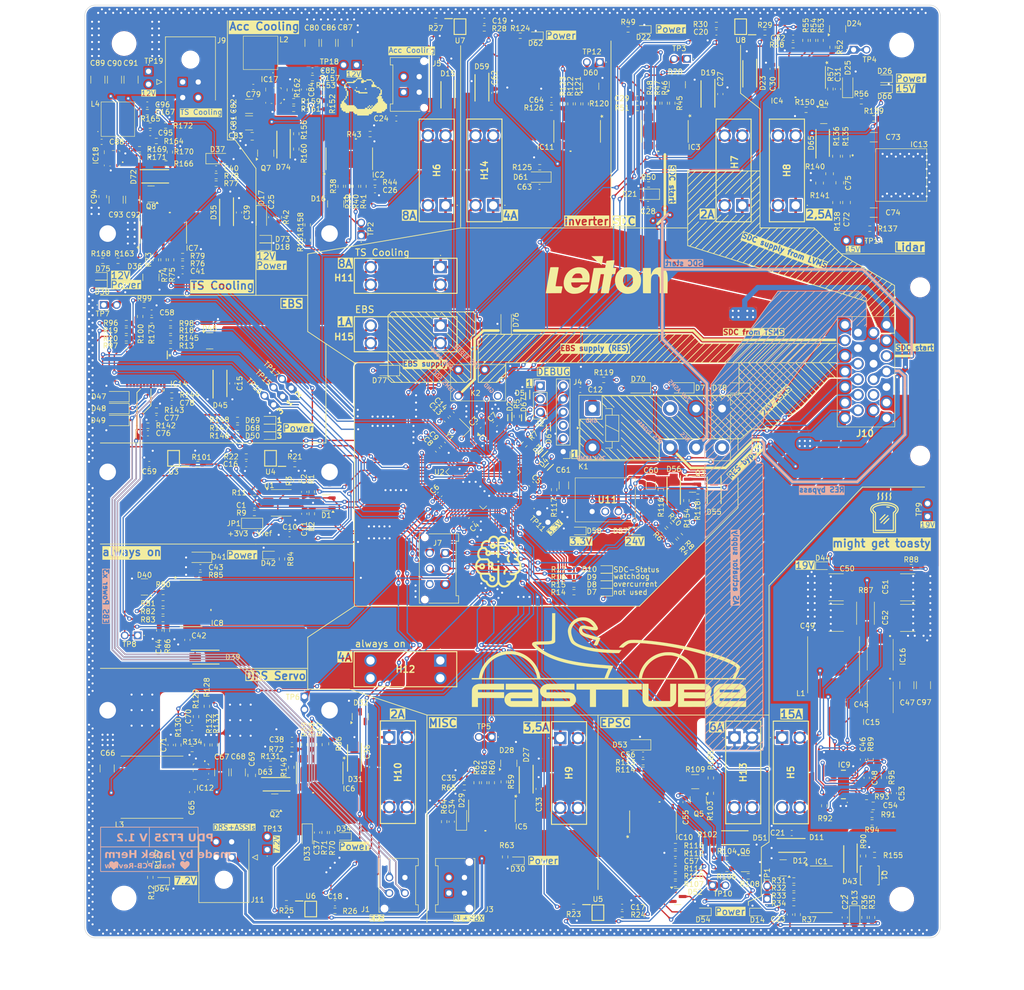
<source format=kicad_pcb>
(kicad_pcb
	(version 20240108)
	(generator "pcbnew")
	(generator_version "8.0")
	(general
		(thickness 1.6)
		(legacy_teardrops no)
	)
	(paper "A3")
	(title_block
		(title "PDU FT25")
		(date "2025-01-15")
		(rev "V1.2")
		(company "Janek Herm")
		(comment 1 "FasTTUBe Electronics")
	)
	(layers
		(0 "F.Cu" signal)
		(1 "In1.Cu" power)
		(2 "In2.Cu" signal)
		(31 "B.Cu" mixed)
		(32 "B.Adhes" user "B.Adhesive")
		(33 "F.Adhes" user "F.Adhesive")
		(34 "B.Paste" user)
		(35 "F.Paste" user)
		(36 "B.SilkS" user "B.Silkscreen")
		(37 "F.SilkS" user "F.Silkscreen")
		(38 "B.Mask" user)
		(39 "F.Mask" user)
		(40 "Dwgs.User" user "User.Drawings")
		(41 "Cmts.User" user "User.Comments")
		(42 "Eco1.User" user "User.Eco1")
		(43 "Eco2.User" user "User.Eco2")
		(44 "Edge.Cuts" user)
		(45 "Margin" user)
		(46 "B.CrtYd" user "B.Courtyard")
		(47 "F.CrtYd" user "F.Courtyard")
		(48 "B.Fab" user)
		(49 "F.Fab" user)
		(50 "User.1" user)
		(51 "User.2" user)
		(52 "User.3" user)
		(53 "User.4" user)
		(54 "User.5" user)
		(55 "User.6" user)
		(56 "User.7" user)
		(57 "User.8" user)
		(58 "User.9" user)
	)
	(setup
		(stackup
			(layer "F.SilkS"
				(type "Top Silk Screen")
			)
			(layer "F.Paste"
				(type "Top Solder Paste")
			)
			(layer "F.Mask"
				(type "Top Solder Mask")
				(thickness 0.01)
			)
			(layer "F.Cu"
				(type "copper")
				(thickness 0.035)
			)
			(layer "dielectric 1"
				(type "prepreg")
				(thickness 0.1)
				(material "FR4")
				(epsilon_r 4.5)
				(loss_tangent 0.02)
			)
			(layer "In1.Cu"
				(type "copper")
				(thickness 0.035)
			)
			(layer "dielectric 2"
				(type "core")
				(thickness 1.24)
				(material "FR4")
				(epsilon_r 4.5)
				(loss_tangent 0.02)
			)
			(layer "In2.Cu"
				(type "copper")
				(thickness 0.035)
			)
			(layer "dielectric 3"
				(type "prepreg")
				(thickness 0.1)
				(material "FR4")
				(epsilon_r 4.5)
				(loss_tangent 0.02)
			)
			(layer "B.Cu"
				(type "copper")
				(thickness 0.035)
			)
			(layer "B.Mask"
				(type "Bottom Solder Mask")
				(thickness 0.01)
			)
			(layer "B.Paste"
				(type "Bottom Solder Paste")
			)
			(layer "B.SilkS"
				(type "Bottom Silk Screen")
			)
			(copper_finish "None")
			(dielectric_constraints no)
		)
		(pad_to_mask_clearance 0)
		(allow_soldermask_bridges_in_footprints no)
		(pcbplotparams
			(layerselection 0x00010fc_ffffffff)
			(plot_on_all_layers_selection 0x0000000_00000000)
			(disableapertmacros no)
			(usegerberextensions no)
			(usegerberattributes yes)
			(usegerberadvancedattributes yes)
			(creategerberjobfile no)
			(dashed_line_dash_ratio 12.000000)
			(dashed_line_gap_ratio 3.000000)
			(svgprecision 4)
			(plotframeref no)
			(viasonmask no)
			(mode 1)
			(useauxorigin yes)
			(hpglpennumber 1)
			(hpglpenspeed 20)
			(hpglpendiameter 15.000000)
			(pdf_front_fp_property_popups yes)
			(pdf_back_fp_property_popups yes)
			(dxfpolygonmode yes)
			(dxfimperialunits yes)
			(dxfusepcbnewfont yes)
			(psnegative no)
			(psa4output no)
			(plotreference yes)
			(plotvalue no)
			(plotfptext yes)
			(plotinvisibletext no)
			(sketchpadsonfab no)
			(subtractmaskfromsilk yes)
			(outputformat 1)
			(mirror no)
			(drillshape 0)
			(scaleselection 1)
			(outputdirectory "gerber/")
		)
	)
	(net 0 "")
	(net 1 "GND")
	(net 2 "+3V3")
	(net 3 "stdCAN_H")
	(net 4 "/MCU/Vref")
	(net 5 "stdCAN_L")
	(net 6 "/MCU/NRST")
	(net 7 "Net-(D11-A2)")
	(net 8 "/powerstages/P_Out6a")
	(net 9 "/powerstages/IS4")
	(net 10 "Net-(D15-A2)")
	(net 11 "/connectors/P_Out1")
	(net 12 "/powerstages/IS1")
	(net 13 "Net-(D19-A2)")
	(net 14 "/powerstages/IS10")
	(net 15 "Net-(D23-A2)")
	(net 16 "/powerstages/P_Out9a")
	(net 17 "/powerstages/IS7")
	(net 18 "Net-(D27-A2)")
	(net 19 "/connectors/P_Out8")
	(net 20 "/powerstages/IS8")
	(net 21 "Net-(D31-A2)")
	(net 22 "/powerstages/P_Out5a")
	(net 23 "/powerstages/IS3")
	(net 24 "Net-(D35-A2)")
	(net 25 "/connectors/P_Out2")
	(net 26 "/powerstages/IS2")
	(net 27 "/connectors/P_Out9")
	(net 28 "/powerstages/IS9")
	(net 29 "Net-(IC9-CBOOT)")
	(net 30 "Net-(IC9-SW)")
	(net 31 "Net-(IC9-VCC)")
	(net 32 "Net-(D43-K)")
	(net 33 "Net-(IC9-PFM{slash}SYNC)")
	(net 34 "/connectors/P_Out4")
	(net 35 "Net-(C53-Pad2)")
	(net 36 "Net-(IC9-EXTCOMP)")
	(net 37 "Net-(D51-A2)")
	(net 38 "/connectors/P_Out5")
	(net 39 "/powerstages/IS5")
	(net 40 "Net-(D56-K)")
	(net 41 "Net-(D59-A2)")
	(net 42 "/connectors/P_Out6")
	(net 43 "/powerstages/IS6")
	(net 44 "Net-(IC12-SW)")
	(net 45 "Net-(IC12-BOOT)")
	(net 46 "/connectors/P_Out3")
	(net 47 "Net-(D63-K)")
	(net 48 "Net-(IC12-FB)")
	(net 49 "Net-(IC12-SS)")
	(net 50 "/connectors/P_Out7")
	(net 51 "Net-(IC13-FB)")
	(net 52 "Net-(D65-K)")
	(net 53 "Net-(IC13-SS)")
	(net 54 "/MCU/SWCLK")
	(net 55 "/MCU/SWDIO")
	(net 56 "/MCU/UART_RX")
	(net 57 "/MCU/UART_TX")
	(net 58 "Net-(D7-A)")
	(net 59 "Net-(D8-A)")
	(net 60 "Net-(D9-A)")
	(net 61 "Net-(D10-A)")
	(net 62 "Net-(D12-A)")
	(net 63 "unconnected-(D12-NC-Pad2)")
	(net 64 "Net-(D14-A)")
	(net 65 "Net-(D16-A)")
	(net 66 "unconnected-(D16-NC-Pad2)")
	(net 67 "Net-(D18-A)")
	(net 68 "Net-(D20-A)")
	(net 69 "unconnected-(D20-NC-Pad2)")
	(net 70 "Net-(D22-A)")
	(net 71 "Net-(D24-A)")
	(net 72 "unconnected-(D24-NC-Pad2)")
	(net 73 "Net-(D26-A)")
	(net 74 "Net-(D28-A)")
	(net 75 "unconnected-(D28-NC-Pad2)")
	(net 76 "Net-(D30-A)")
	(net 77 "unconnected-(D32-NC-Pad2)")
	(net 78 "Net-(D32-A)")
	(net 79 "Net-(D34-A)")
	(net 80 "Net-(D36-A)")
	(net 81 "unconnected-(D36-NC-Pad2)")
	(net 82 "Net-(D38-A)")
	(net 83 "Net-(D43-A)")
	(net 84 "Net-(D44-A)")
	(net 85 "Net-(D45-A2)")
	(net 86 "/powerstages/IS11")
	(net 87 "/connectors/P_Out12")
	(net 88 "unconnected-(D52-NC-Pad2)")
	(net 89 "Net-(D52-A)")
	(net 90 "Net-(D54-A)")
	(net 91 "Net-(D56-A)")
	(net 92 "Net-(D57-A)")
	(net 93 "Net-(D58-A)")
	(net 94 "unconnected-(D60-NC-Pad2)")
	(net 95 "Net-(D60-A)")
	(net 96 "Net-(D62-A)")
	(net 97 "Net-(D63-A)")
	(net 98 "Net-(D64-A)")
	(net 99 "Net-(D65-A)")
	(net 100 "Net-(D66-A)")
	(net 101 "/connectors/P_Out11")
	(net 102 "/connectors/P_Out10")
	(net 103 "Net-(D46-A)")
	(net 104 "+24V")
	(net 105 "Net-(IC1-IS)")
	(net 106 "Net-(IC1-GND)")
	(net 107 "Net-(IC1-IN)")
	(net 108 "Net-(IC1-DEN)")
	(net 109 "Net-(IC2-IS)")
	(net 110 "Net-(IC2-IN)")
	(net 111 "Net-(IC2-DEN)")
	(net 112 "Net-(IC2-GND)")
	(net 113 "Net-(IC3-IN)")
	(net 114 "Net-(IC3-GND)")
	(net 115 "Net-(IC3-IS)")
	(net 116 "Net-(IC3-DEN)")
	(net 117 "Net-(IC4-IN)")
	(net 118 "Net-(IC4-GND)")
	(net 119 "Net-(IC4-IS)")
	(net 120 "Net-(IC4-DEN)")
	(net 121 "Net-(IC5-GND)")
	(net 122 "Net-(IC5-DEN)")
	(net 123 "Net-(IC5-IS)")
	(net 124 "Net-(IC5-IN)")
	(net 125 "Net-(IC6-GND)")
	(net 126 "Net-(IC6-IN)")
	(net 127 "Net-(IC6-DEN)")
	(net 128 "Net-(IC6-IS)")
	(net 129 "Net-(IC7-IN)")
	(net 130 "Net-(IC7-IS)")
	(net 131 "Net-(IC7-GND)")
	(net 132 "Net-(IC7-DEN)")
	(net 133 "Net-(IC9-CNFG)")
	(net 134 "Net-(IC9-PG{slash}SYNCOUT)")
	(net 135 "Net-(IC9-RT)")
	(net 136 "Net-(IC9-ISNS+)")
	(net 137 "Net-(IC9-HO)")
	(net 138 "Net-(IC9-LO)")
	(net 139 "Net-(IC9-FB)")
	(net 140 "Net-(IC10-IS)")
	(net 141 "Net-(IC10-IN)")
	(net 142 "Net-(IC10-DEN)")
	(net 143 "Net-(IC10-GND)")
	(net 144 "Net-(IC11-DEN)")
	(net 145 "Net-(IC11-IS)")
	(net 146 "Net-(IC11-IN)")
	(net 147 "Net-(IC11-GND)")
	(net 148 "Net-(IC12-PG)")
	(net 149 "Net-(IC12-MODE)")
	(net 150 "Net-(IC12-EN)")
	(net 151 "Net-(IC13-RON)")
	(net 152 "Net-(IC13-EN)")
	(net 153 "/MCU/SWO")
	(net 154 "FDCAN_H")
	(net 155 "FDCAN_L")
	(net 156 "/RBR/SDC bypass")
	(net 157 "24V ASMS")
	(net 158 "Net-(JP1-C)")
	(net 159 "unconnected-(K1-Pad12)")
	(net 160 "unconnected-(K1-Pad24)")
	(net 161 "Net-(K1-PadA1)")
	(net 162 "unconnected-(D46-NC-Pad2)")
	(net 163 "Net-(IC14-DSEL1)")
	(net 164 "Net-(Q5-D)")
	(net 165 "Net-(Q5-G)")
	(net 166 "Net-(Q6-G)")
	(net 167 "Net-(Q6-D)")
	(net 168 "Net-(U1-Rs)")
	(net 169 "Net-(U2-PA0)")
	(net 170 "Net-(U2-BOOT0)")
	(net 171 "Net-(U2-PC0)")
	(net 172 "Net-(U2-PA11)")
	(net 173 "/MCU/CAN_RX")
	(net 174 "/MCU/CAN_TX")
	(net 175 "Net-(U2-PA12)")
	(net 176 "unconnected-(U2-PB7-Pad59)")
	(net 177 "unconnected-(U2-PA15-Pad50)")
	(net 178 "/MCU/STATUS_LED1")
	(net 179 "/MCU/STATUS_LED2")
	(net 180 "/MCU/STATUS_LED3")
	(net 181 "/MCU/STATUS_LED4")
	(net 182 "Net-(R12-Pad1)")
	(net 183 "Net-(U4A--)")
	(net 184 "/MCU/ISENSE1")
	(net 185 "Net-(U4B--)")
	(net 186 "/MCU/ISENSE2")
	(net 187 "/MCU/ISENSE3")
	(net 188 "Net-(U5A--)")
	(net 189 "Net-(U5B--)")
	(net 190 "/MCU/ISENSE4")
	(net 191 "/MCU/ISENSE5")
	(net 192 "Net-(U6A--)")
	(net 193 "Net-(U6B--)")
	(net 194 "/MCU/ISENSE6")
	(net 195 "/MCU/ISENSE7")
	(net 196 "Net-(U7A--)")
	(net 197 "Net-(U7B--)")
	(net 198 "/MCU/ISENSE8")
	(net 199 "/MCU/ISENSE9")
	(net 200 "Net-(U8A--)")
	(net 201 "Net-(U8B--)")
	(net 202 "/MCU/ISENSE10")
	(net 203 "/MCU/IN4")
	(net 204 "/MCU/IN1")
	(net 205 "/MCU/IN10")
	(net 206 "/MCU/IN7")
	(net 207 "/MCU/IN8")
	(net 208 "/MCU/IN3")
	(net 209 "/MCU/IN2")
	(net 210 "/MCU/IN9")
	(net 211 "/MCU/IN11")
	(net 212 "/MCU/IN12")
	(net 213 "/MCU/IN13")
	(net 214 "/MCU/PC_Read")
	(net 215 "/MCU/PC_EN")
	(net 216 "/MCU/IN5")
	(net 217 "/MCU/IN6")
	(net 218 "/MCU/XTAL_OUT")
	(net 219 "unconnected-(U2-PC5-Pad25)")
	(net 220 "Net-(IC14-GND)")
	(net 221 "unconnected-(U2-PC12-Pad53)")
	(net 222 "Net-(IC14-DEN)")
	(net 223 "Net-(IC14-IN2)")
	(net 224 "/MCU/XTAL_IN")
	(net 225 "unconnected-(U2-PD2-Pad54)")
	(net 226 "unconnected-(IC14-OUT3-Pad13)")
	(net 227 "Net-(IC14-IN0)")
	(net 228 "Net-(IC14-IN3)")
	(net 229 "Net-(IC14-DSEL0)")
	(net 230 "Net-(IC14-IN1)")
	(net 231 "Net-(IC14-IS)")
	(net 232 "/MCU/DSEL0")
	(net 233 "/MCU/DSEL1")
	(net 234 "Net-(U3A--)")
	(net 235 "/MCU/ISENSE11")
	(net 236 "Net-(U3B--)")
	(net 237 "unconnected-(IC9-NC_1-Pad1)")
	(net 238 "unconnected-(IC9-NC_2-Pad2)")
	(net 239 "unconnected-(IC9-NC_4-Pad23)")
	(net 240 "unconnected-(IC9-NC_3-Pad22)")
	(net 241 "unconnected-(IC9-NC_5-Pad24)")
	(net 242 "Net-(D50-A)")
	(net 243 "Net-(D68-A)")
	(net 244 "Net-(D69-A)")
	(net 245 "/connectors/P_Out14")
	(net 246 "/connectors/P_Out13")
	(net 247 "Net-(IC17-SW)")
	(net 248 "Net-(IC17-BOOT)")
	(net 249 "Net-(D72-K)")
	(net 250 "Net-(IC17-FB)")
	(net 251 "Net-(IC17-SS)")
	(net 252 "Net-(IC18-BOOT)")
	(net 253 "Net-(IC18-SW)")
	(net 254 "Net-(D74-K)")
	(net 255 "Net-(IC18-FB)")
	(net 256 "Net-(IC18-SS)")
	(net 257 "Net-(D72-A)")
	(net 258 "Net-(D73-A)")
	(net 259 "Net-(D74-A)")
	(net 260 "Net-(D75-A)")
	(net 261 "Net-(IC17-PG)")
	(net 262 "Net-(IC17-MODE)")
	(net 263 "Net-(IC17-EN)")
	(net 264 "Net-(IC18-PG)")
	(net 265 "Net-(IC18-MODE)")
	(net 266 "Net-(IC18-EN)")
	(net 267 "Net-(R151-Pad2)")
	(net 268 "Net-(R163-Pad2)")
	(net 269 "EBS supply")
	(net 270 "AS actuator supply")
	(net 271 "unconnected-(IC1-NC-Pad7)")
	(net 272 "unconnected-(IC1-NC-Pad1)")
	(net 273 "unconnected-(IC1-NC-Pad14)")
	(net 274 "unconnected-(IC1-NC-Pad8)")
	(net 275 "unconnected-(IC1-NC-Pad9)")
	(net 276 "unconnected-(IC1-NC-Pad13)")
	(net 277 "unconnected-(IC1-NC-Pad2)")
	(net 278 "unconnected-(IC2-NC-Pad2)")
	(net 279 "unconnected-(IC2-NC-Pad7)")
	(net 280 "unconnected-(IC2-NC-Pad8)")
	(net 281 "unconnected-(IC2-NC-Pad14)")
	(net 282 "unconnected-(IC2-NC-Pad1)")
	(net 283 "unconnected-(IC2-NC-Pad9)")
	(net 284 "unconnected-(IC2-NC-Pad13)")
	(net 285 "unconnected-(IC3-NC-Pad8)")
	(net 286 "unconnected-(IC3-NC-Pad1)")
	(net 287 "unconnected-(IC3-NC-Pad7)")
	(net 288 "unconnected-(IC3-NC-Pad14)")
	(net 289 "unconnected-(IC3-NC-Pad13)")
	(net 290 "unconnected-(IC3-NC-Pad9)")
	(net 291 "unconnected-(IC3-NC-Pad2)")
	(net 292 "unconnected-(IC4-NC-Pad2)")
	(net 293 "unconnected-(IC4-NC-Pad1)")
	(net 294 "unconnected-(IC4-NC-Pad13)")
	(net 295 "unconnected-(IC4-NC-Pad7)")
	(net 296 "unconnected-(IC4-NC-Pad9)")
	(net 297 "unconnected-(IC4-NC-Pad8)")
	(net 298 "unconnected-(IC4-NC-Pad14)")
	(net 299 "unconnected-(IC5-NC-Pad1)")
	(net 300 "unconnected-(IC5-NC-Pad8)")
	(net 301 "unconnected-(IC5-NC-Pad9)")
	(net 302 "unconnected-(IC5-NC-Pad14)")
	(net 303 "unconnected-(IC5-NC-Pad13)")
	(net 304 "unconnected-(IC5-NC-Pad2)")
	(net 305 "unconnected-(IC5-NC-Pad7)")
	(net 306 "unconnected-(IC6-NC-Pad14)")
	(net 307 "unconnected-(IC6-NC-Pad2)")
	(net 308 "unconnected-(IC6-NC-Pad7)")
	(net 309 "unconnected-(IC6-NC-Pad1)")
	(net 310 "unconnected-(IC6-NC-Pad9)")
	(net 311 "unconnected-(IC6-NC-Pad8)")
	(net 312 "unconnected-(IC6-NC-Pad13)")
	(net 313 "unconnected-(IC7-NC-Pad1)")
	(net 314 "unconnected-(IC7-NC-Pad9)")
	(net 315 "unconnected-(IC7-NC-Pad14)")
	(net 316 "unconnected-(IC7-NC-Pad13)")
	(net 317 "unconnected-(IC7-NC-Pad7)")
	(net 318 "unconnected-(IC7-NC-Pad8)")
	(net 319 "unconnected-(IC7-NC-Pad2)")
	(net 320 "unconnected-(IC10-NC-Pad14)")
	(net 321 "unconnected-(IC10-NC-Pad8)")
	(net 322 "unconnected-(IC10-NC-Pad13)")
	(net 323 "unconnected-(IC10-NC-Pad9)")
	(net 324 "unconnected-(IC10-NC-Pad1)")
	(net 325 "unconnected-(IC10-NC-Pad7)")
	(net 326 "unconnected-(IC10-NC-Pad2)")
	(net 327 "unconnected-(IC11-NC-Pad1)")
	(net 328 "unconnected-(IC11-NC-Pad13)")
	(net 329 "unconnected-(IC11-NC-Pad2)")
	(net 330 "unconnected-(IC11-NC-Pad7)")
	(net 331 "unconnected-(IC11-NC-Pad9)")
	(net 332 "unconnected-(IC11-NC-Pad8)")
	(net 333 "unconnected-(IC11-NC-Pad14)")
	(net 334 "unconnected-(IC14-NC-Pad21)")
	(net 335 "unconnected-(IC14-NC-Pad19)")
	(net 336 "unconnected-(IC14-NC-Pad15)")
	(net 337 "unconnected-(IC14-NC-Pad18)")
	(net 338 "unconnected-(IC14-NC-Pad23)")
	(net 339 "unconnected-(IC14-NC-Pad22)")
	(net 340 "unconnected-(IC14-NC-Pad14)")
	(net 341 "unconnected-(IC14-NC-Pad12)")
	(net 342 "unconnected-(IC14-NC-Pad1)")
	(net 343 "unconnected-(IC14-NC-Pad16)")
	(net 344 "/EBSR/EBS power")
	(net 345 "unconnected-(U2-PC14-Pad3)")
	(net 346 "unconnected-(U2-PC15-Pad4)")
	(net 347 "unconnected-(U2-PC13-Pad2)")
	(net 348 "Net-(R100-Pad1)")
	(net 349 "/RBR/RES")
	(net 350 "TSMS SDC")
	(net 351 "unconnected-(IC14-NC-Pad3)")
	(net 352 "unconnected-(U2-PB0-Pad26)")
	(net 353 "Net-(D39-A2)")
	(net 354 "unconnected-(D40-NC-Pad2)")
	(net 355 "Net-(D40-A)")
	(net 356 "Net-(D42-A)")
	(net 357 "unconnected-(IC8-NC-Pad8)")
	(net 358 "unconnected-(IC8-NC-Pad13)")
	(net 359 "Net-(IC8-IN)")
	(net 360 "unconnected-(IC8-NC-Pad9)")
	(net 361 "unconnected-(IC8-NC-Pad1)")
	(net 362 "Net-(IC8-DEN)")
	(net 363 "Net-(IC8-GND)")
	(net 364 "Net-(IC8-IS)")
	(net 365 "unconnected-(IC8-NC-Pad2)")
	(net 366 "unconnected-(IC8-NC-Pad14)")
	(net 367 "unconnected-(IC8-NC-Pad7)")
	(net 368 "unconnected-(J10-Pin_15-Pad15)")
	(footprint "5025:5025" (layer "F.Cu") (at 165.32 98.46 90))
	(footprint "Resistor_SMD:R_0603_1608Metric" (layer "F.Cu") (at 161.375 88.955 90))
	(footprint "Resistor_SMD:R_0603_1608Metric" (layer "F.Cu") (at 128.645 103.135 -90))
	(footprint "Capacitor_SMD:C_1210_3225Metric" (layer "F.Cu") (at 162.225 61.275 90))
	(footprint "BTT6010-1ERB:SOIC14_BTT6010-1ERB_INF" (layer "F.Cu") (at 163.019 83.649799 90))
	(footprint "824501241:DIOM5127X250N" (layer "F.Cu") (at 139.345 93.995 -90))
	(footprint "Resistor_SMD:R_0603_1608Metric" (layer "F.Cu") (at 122.555 83.275))
	(footprint "Package_TO_SOT_SMD:SOT-23" (layer "F.Cu") (at 124.75 106.535 -90))
	(footprint "Package_TO_SOT_SMD:SOT-23" (layer "F.Cu") (at 165.14 191.314998 90))
	(footprint "Resistor_SMD:R_0603_1608Metric" (layer "F.Cu") (at 135.615001 196.775 90))
	(footprint "Resistor_SMD:R_0603_1608Metric" (layer "F.Cu") (at 155.915 68.065))
	(footprint "Capacitor_SMD:C_1210_3225Metric" (layer "F.Cu") (at 143.685 76.725 180))
	(footprint "Resistor_SMD:R_0603_1608Metric" (layer "F.Cu") (at 135.545001 189.315 -90))
	(footprint "LED_SMD:LED_0603_1608Metric" (layer "F.Cu") (at 266.295 70.155 180))
	(footprint "brain:heart" (layer "F.Cu") (at 117.6 220.05))
	(footprint "Resistor_SMD:R_0603_1608Metric" (layer "F.Cu") (at 127.585 77.225))
	(footprint "ESD321DYAR:SODFL1608X77N" (layer "F.Cu") (at 193.99 133.625 -90))
	(footprint "Diode_SMD:D_SOD-123F" (layer "F.Cu") (at 218.94 127.854999 180))
	(footprint "5025:5025" (layer "F.Cu") (at 147.190001 216.99 90))
	(footprint "Resistor_SMD:R_0603_1608Metric" (layer "F.Cu") (at 147.805 200.415))
	(footprint "5025:5025" (layer "F.Cu") (at 261.38 99.44 180))
	(footprint "MountingHole:MountingHole_3.2mm_M3_DIN965_Pad" (layer "F.Cu") (at 116.41 144.08 -90))
	(footprint "Resistor_SMD:R_0603_1608Metric" (layer "F.Cu") (at 254.645 208.515 -90))
	(footprint "3557-15:355715" (layer "F.Cu") (at 180.58 180.485 180))
	(footprint "Resistor_SMD:R_0603_1608Metric" (layer "F.Cu") (at 264.205001 75.855))
	(footprint "Capacitor_SMD:C_0603_1608Metric" (layer "F.Cu") (at 156.795 213.675001 -90))
	(footprint "Resistor_SMD:R_0603_1608Metric" (layer "F.Cu") (at 120.005477 118.297452))
	(footprint "MountingHole:MountingHole_4.3mm_M4" (layer "F.Cu") (at 119.575 226.345))
	(footprint "Capacitor_SMD:C_1210_3225Metric" (layer "F.Cu") (at 138.414747 202.063428 90))
	(footprint "Diode_SMD:D_SOD-123F" (layer "F.Cu") (at 146.065 94.88 -90))
	(footprint "Capacitor_SMD:C_0603_1608Metric" (layer "F.Cu") (at 185.205 203.145 180))
	(footprint "Resistor_SMD:R_0603_1608Metric" (layer "F.Cu") (at 225.925 220.675))
	(footprint "Resistor_SMD:R_0603_1608Metric"
		(layer "F.Cu")
		(uuid "15025461-dcc7-4f61-9542-8f8e8ec99700")
		(at 154.995 99.365 90)
		(descr "Resistor SMD 0603 (1608 Metric), square (rectangular) end terminal, IPC_7351 nominal, (Body size source: IPC-SM-782 page 72, https://www.pcb-3d.com/wordpress/wp-content/uploads/ipc-sm-782a_amendment_1_and_2.pdf), generated with kicad-footprint-generator")
		(tags "resistor")
		(property "Reference" "R151"
			(at -0.35 -1.42 90)
			(layer "F.SilkS")
			(uuid "122f886c-686c-4dca-9df4-687a2b60e366")
			(effects
				(font
					(size 1 1)
					(thickness 0.15)
				)
			)
		)
		(property "Value" "1k"
			(at 0 1.43 90)
			(layer "F.Fab")
			(uuid "a592b584-abae-4bea-8bc8-0a8ffebe0b80")
			(effects
				(font
					(size 1 1)
					(thickness 0.15)
				)
			)
		)
		(property "Footprint" "Resistor_SMD:R_0603_1608Metric"
			(at 0 0 90)
			(unlocked yes)
			(layer "F.Fab")
			(hide yes)
			(uuid "1c5f638a-4832-4642-88d6-97d1baf0f576")
			(effects
				(font
					(size 1.27 1.27)
					(thickness 0.15)
				)
			)
		)
		(property "Datasheet" ""
			(at 0 0 90)
			(unlocked yes)
			(layer "F.Fab")
			(hide yes)
			(uuid "59d60a19-0eeb-4754-9aba-e42d43305fa7")
			(effects
				(font
					(size 1.27 1.27)
					(thickness 0.15)
				)
			)
		)
		(property "Description" "Resistor, small symbol"
			(at 0 0 90)
			(unlocked yes)
			(layer "F.Fab")
			(hide yes)
			(uuid "33615a10-7215-4795-96b9-fa93cea6c121")
			(effects
				(font
					(size 1.27 1.27)
					(thickness 0.15)
				)
			)
		)
		(property ki_fp_filters "R_*")
		(path "/780d04e9-366d-4b48-88f6-229428c96c3a/2688228a-78b0-463b-82bd-42a0dedab640/a31b0199-c63c-4e83-8127-1fac1a9facaf")
		(sheetname "ACC pump DCDC")
		(sheetfile "pumpDCDC.kicad_sch")
		(attr smd)
		(fp_line
			(start -0.237258 -0.5225)
			(end 0.237258 -0.5225)
			(stroke
				(width 0.12)
				(type solid)
			)
			(layer "F.SilkS")
			(uuid "dc8e5fd8-4ca3-4c1d-b1f5-6eaae540711d")
		)
		(fp_line
			(start -0.237258 0.5225)
			(end 0.237258 0.5225)
			(stroke
				(width 0.12)
				(type solid)
			)
			(layer "F.SilkS")
			(uuid "6c0a18d3-6077-4bcb-825a-872d2e6b7716")
		)
		(fp_line
			(start 1.48 -0.73)
			(end 1.48 0.73)
			(stroke
				(width 0.05)
				(type solid)
			)
			(layer "F.CrtYd")
			(uuid "7313f3b4-9a54-4d87-8c75-088e5090a017")
		)
		(fp_line
			(start -1.48 -0.73)
			(end 1.48 -0.73)
			(stroke
				(width 0.05)
				(type solid)
			)
			(layer "F.CrtYd")
			(uuid "6af3927a-7d15-47f2-a5a0-8445f1b4c182")
		)
		(fp_line
			(start 1.48 0.73)
			(end -1.48 0.73)
			(stroke
				(width 0.05)
				(type solid)
			)
			(layer "F.CrtYd")
			(uuid "72e13f33-6639-4f39-84e2-7a3d4ba4715a")
		)
		(fp_line
			(start -1.48 0.73)
			(end -1.48 -0.73)
			(stroke
				(width 0.05)
				(type solid)
			)
			(layer "F.CrtYd")
			(uuid "ff98d762-9a6b-4848-89e9-20b6125bce37")
		)
		(fp_line
			(start 0.8 -0.4125)
			(end 0.8 0.4125)
			(stroke
				(width 0.1)
				(type solid)
			)
			(layer "F.Fab")
			(uuid "fe961a65-105c-43a7-89d7-5c7c44acd8a1")
		)
		(fp_line
			(start -0.8 -0.4125)
			(end 0.8 -0.4125)
			(stroke
				(width 0.1)
				(type solid)
			)
			(layer "F.Fab")
			(uuid "bb8064fe-6479-4ead-87cb-214fa68d7676")
		)
		(fp_line
			(start 0.8 0.4125)
			(end -0.8 0.4125)
			(stroke
				(width 0.1)
				(type solid)
			)
			(layer "F.Fab")
			(uuid "0ba98a26-6841-4152-aae7-55d7e1c78c39")
		)
		(fp_line
			(start -0.8 0.4125)
			(end -0.8 -0.4125)
			(stroke
				(width 0.1)
				(type solid)
			)
			(layer "F.Fab")
			(uuid "5d11a3ad-477d-4115-9465-9e9afb18566f")
		)
		(fp_text user "${REFERENCE}"
			(at 0 0 90)
			(layer "F.Fab")
			(uuid "17fd480c-78e4-42b3-bdb3-934d3a1139dc")
			(effects
				(font
					(size 0.4 0.4)
					(thickness 0.06)
				)
			)
		)
		(pad "1" smd roundrect
			(at -0.825 0 90)
			(size 0.8 0.95)
			(layers "F.Cu" "F.Paste" "F.Mask")
			(roundrect_rratio 0.25)
			(net 11 "/connectors/P_Out1")
			(pintype "passive")
			(teardrops
				(best_length_ratio 0.5)
				(max_length 1)
				(best_width_ratio 1)
				(max_width 2)
				(curve_points 5)
				(filter_ratio 0.9)
				(enabled yes)
				(allow_two_segments yes)
				(prefer_zone_connections yes)
			)
			(uuid "2516c82e-e688-4e41-8475-aa442be74493")
		)
		(pad "2" smd roundrect
			(at 0.825 0 90)
			(size 0.8 0.95)
			(layers "F.Cu" "F.Paste" "F.Mask")
			(roundrect_rratio 0.25)
			(net 267 "Net-(R151-Pad2)")
			(pintype "passive")
			(teardrops
				(best_length_ratio 0.5)
				(max_length 1)
				(best_width_ratio 1)
				(max_width 2)
				(curve_points 5)
				(filter_ratio 0.9)
				(enabled yes)
				(allow_two_segments yes)
				(prefer_zone_connections
... [9251926 chars truncated]
</source>
